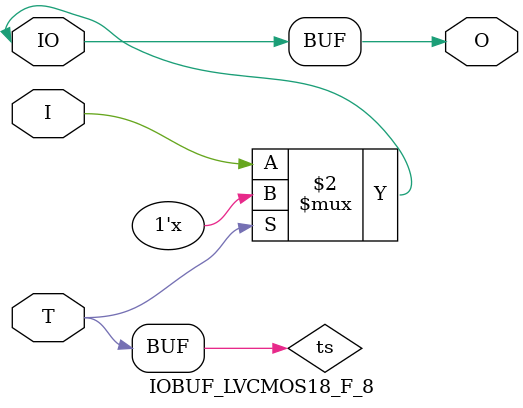
<source format=v>

/*

FUNCTION    : INPUT TRI-STATE OUTPUT BUFFER

*/

`celldefine
`timescale  100 ps / 10 ps

module IOBUF_LVCMOS18_F_8 (O, IO, I, T);

    output O;

    inout  IO;

    input  I, T;

    or O1 (ts, 1'b0, T);
    bufif0 T1 (IO, I, ts);

    buf B1 (O, IO);

endmodule

</source>
